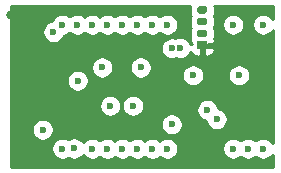
<source format=gbr>
%TF.GenerationSoftware,KiCad,Pcbnew,5.1.8-db9833491~87~ubuntu20.04.1*%
%TF.CreationDate,2020-11-05T18:03:59+01:00*%
%TF.ProjectId,rosalyn-sat,726f7361-6c79-46e2-9d73-61742e6b6963,v1.0*%
%TF.SameCoordinates,Original*%
%TF.FileFunction,Copper,L3,Inr*%
%TF.FilePolarity,Positive*%
%FSLAX46Y46*%
G04 Gerber Fmt 4.6, Leading zero omitted, Abs format (unit mm)*
G04 Created by KiCad (PCBNEW 5.1.8-db9833491~87~ubuntu20.04.1) date 2020-11-05 18:03:59*
%MOMM*%
%LPD*%
G01*
G04 APERTURE LIST*
%TA.AperFunction,ComponentPad*%
%ADD10R,0.850000X0.650000*%
%TD*%
%TA.AperFunction,ViaPad*%
%ADD11C,0.600000*%
%TD*%
%TA.AperFunction,ViaPad*%
%ADD12C,0.800000*%
%TD*%
%TA.AperFunction,Conductor*%
%ADD13C,0.254000*%
%TD*%
%TA.AperFunction,Conductor*%
%ADD14C,0.100000*%
%TD*%
G04 APERTURE END LIST*
%TO.N,hmi_error*%
%TO.C,J1*%
%TA.AperFunction,ComponentPad*%
G36*
G01*
X142255000Y-94337500D02*
X142255000Y-94662500D01*
G75*
G02*
X142092500Y-94825000I-162500J0D01*
G01*
X141567500Y-94825000D01*
G75*
G02*
X141405000Y-94662500I0J162500D01*
G01*
X141405000Y-94337500D01*
G75*
G02*
X141567500Y-94175000I162500J0D01*
G01*
X142092500Y-94175000D01*
G75*
G02*
X142255000Y-94337500I0J-162500D01*
G01*
G37*
%TD.AperFunction*%
%TO.N,nrst*%
%TA.AperFunction,ComponentPad*%
G36*
G01*
X142255000Y-95337500D02*
X142255000Y-95662500D01*
G75*
G02*
X142092500Y-95825000I-162500J0D01*
G01*
X141567500Y-95825000D01*
G75*
G02*
X141405000Y-95662500I0J162500D01*
G01*
X141405000Y-95337500D01*
G75*
G02*
X141567500Y-95175000I162500J0D01*
G01*
X142092500Y-95175000D01*
G75*
G02*
X142255000Y-95337500I0J-162500D01*
G01*
G37*
%TD.AperFunction*%
%TO.N,GND*%
%TA.AperFunction,ComponentPad*%
G36*
G01*
X142255000Y-96337500D02*
X142255000Y-96662500D01*
G75*
G02*
X142092500Y-96825000I-162500J0D01*
G01*
X141567500Y-96825000D01*
G75*
G02*
X141405000Y-96662500I0J162500D01*
G01*
X141405000Y-96337500D01*
G75*
G02*
X141567500Y-96175000I162500J0D01*
G01*
X142092500Y-96175000D01*
G75*
G02*
X142255000Y-96337500I0J-162500D01*
G01*
G37*
%TD.AperFunction*%
D10*
%TO.N,+5V*%
X141830000Y-97500000D03*
%TD*%
D11*
%TO.N,GND*%
X135970000Y-102619992D03*
X130000000Y-95750000D03*
X138890000Y-106249996D03*
X137620000Y-106260000D03*
X144460000Y-106250000D03*
X147000000Y-106250000D03*
X145730000Y-106250000D03*
X147000000Y-95750000D03*
X144460000Y-95750000D03*
X130990000Y-106240000D03*
X143050000Y-103760000D03*
X139254272Y-97764272D03*
X130000000Y-106250000D03*
X144950000Y-100049994D03*
X139240000Y-104200000D03*
X131280000Y-100500002D03*
X139950000Y-97730000D03*
X141050002Y-100050000D03*
%TO.N,+3V3*%
X132540000Y-106250000D03*
X142270006Y-102960000D03*
%TO.N,nrst*%
X134044265Y-102624265D03*
%TO.N,+5V*%
X140220000Y-101700000D03*
X125780000Y-107090000D03*
X145950000Y-104979998D03*
X131260006Y-99500000D03*
D12*
X125680000Y-94900000D03*
D11*
%TO.N,Net-(R1-Pad1)*%
X138890000Y-95750000D03*
%TO.N,Net-(R2-Pad1)*%
X137620000Y-95750000D03*
%TO.N,Net-(R3-Pad1)*%
X135080000Y-95750000D03*
%TO.N,Net-(R4-Pad1)*%
X136350000Y-95750000D03*
%TO.N,Net-(R5-Pad2)*%
X136350000Y-106249992D03*
%TO.N,Net-(R6-Pad2)*%
X135080000Y-106250000D03*
%TO.N,Net-(R7-Pad2)*%
X131270000Y-95750000D03*
%TO.N,Net-(R8-Pad2)*%
X133800000Y-106260000D03*
%TO.N,Net-(R9-Pad2)*%
X132540000Y-95759979D03*
%TO.N,Net-(R10-Pad2)*%
X133810000Y-95750000D03*
%TO.N,hmi_status*%
X136620000Y-99380000D03*
X128320000Y-104650000D03*
%TO.N,hmi_error*%
X133370000Y-99380000D03*
X129230000Y-96370000D03*
%TD*%
D13*
%TO.N,+5V*%
X140782311Y-94181316D02*
X140766928Y-94337500D01*
X140766928Y-94662500D01*
X140782311Y-94818684D01*
X140827868Y-94968866D01*
X140844510Y-95000000D01*
X140827868Y-95031134D01*
X140782311Y-95181316D01*
X140766928Y-95337500D01*
X140766928Y-95662500D01*
X140782311Y-95818684D01*
X140827868Y-95968866D01*
X140844510Y-96000000D01*
X140827868Y-96031134D01*
X140782311Y-96181316D01*
X140766928Y-96337500D01*
X140766928Y-96662500D01*
X140782311Y-96818684D01*
X140816027Y-96929831D01*
X140815498Y-96930820D01*
X140779188Y-97050518D01*
X140766928Y-97175000D01*
X140770000Y-97214250D01*
X140928748Y-97372998D01*
X140814161Y-97372998D01*
X140778586Y-97287111D01*
X140676262Y-97133972D01*
X140546028Y-97003738D01*
X140392889Y-96901414D01*
X140222729Y-96830932D01*
X140042089Y-96795000D01*
X139857911Y-96795000D01*
X139677271Y-96830932D01*
X139560766Y-96879190D01*
X139527001Y-96865204D01*
X139346361Y-96829272D01*
X139162183Y-96829272D01*
X138981543Y-96865204D01*
X138811383Y-96935686D01*
X138658244Y-97038010D01*
X138528010Y-97168244D01*
X138425686Y-97321383D01*
X138355204Y-97491543D01*
X138319272Y-97672183D01*
X138319272Y-97856361D01*
X138355204Y-98037001D01*
X138425686Y-98207161D01*
X138528010Y-98360300D01*
X138658244Y-98490534D01*
X138811383Y-98592858D01*
X138981543Y-98663340D01*
X139162183Y-98699272D01*
X139346361Y-98699272D01*
X139527001Y-98663340D01*
X139643506Y-98615082D01*
X139677271Y-98629068D01*
X139857911Y-98665000D01*
X140042089Y-98665000D01*
X140222729Y-98629068D01*
X140392889Y-98558586D01*
X140546028Y-98456262D01*
X140676262Y-98326028D01*
X140778586Y-98172889D01*
X140818904Y-98075552D01*
X140874463Y-98179494D01*
X140953815Y-98276185D01*
X141050506Y-98355537D01*
X141160820Y-98414502D01*
X141280518Y-98450812D01*
X141405000Y-98463072D01*
X141544250Y-98460000D01*
X141703000Y-98301250D01*
X141703000Y-97627000D01*
X141957000Y-97627000D01*
X141957000Y-98301250D01*
X142115750Y-98460000D01*
X142255000Y-98463072D01*
X142379482Y-98450812D01*
X142499180Y-98414502D01*
X142609494Y-98355537D01*
X142706185Y-98276185D01*
X142785537Y-98179494D01*
X142844502Y-98069180D01*
X142880812Y-97949482D01*
X142893072Y-97825000D01*
X142890000Y-97785750D01*
X142731250Y-97627000D01*
X141957000Y-97627000D01*
X141703000Y-97627000D01*
X141683000Y-97627000D01*
X141683000Y-97463072D01*
X142092500Y-97463072D01*
X142248684Y-97447689D01*
X142398866Y-97402132D01*
X142453368Y-97373000D01*
X142731250Y-97373000D01*
X142890000Y-97214250D01*
X142893072Y-97175000D01*
X142880812Y-97050518D01*
X142844502Y-96930820D01*
X142843973Y-96929831D01*
X142877689Y-96818684D01*
X142893072Y-96662500D01*
X142893072Y-96337500D01*
X142877689Y-96181316D01*
X142832132Y-96031134D01*
X142815490Y-96000000D01*
X142832132Y-95968866D01*
X142877689Y-95818684D01*
X142893072Y-95662500D01*
X142893072Y-95657911D01*
X143525000Y-95657911D01*
X143525000Y-95842089D01*
X143560932Y-96022729D01*
X143631414Y-96192889D01*
X143733738Y-96346028D01*
X143863972Y-96476262D01*
X144017111Y-96578586D01*
X144187271Y-96649068D01*
X144367911Y-96685000D01*
X144552089Y-96685000D01*
X144732729Y-96649068D01*
X144902889Y-96578586D01*
X145056028Y-96476262D01*
X145186262Y-96346028D01*
X145288586Y-96192889D01*
X145359068Y-96022729D01*
X145395000Y-95842089D01*
X145395000Y-95657911D01*
X145359068Y-95477271D01*
X145288586Y-95307111D01*
X145186262Y-95153972D01*
X145056028Y-95023738D01*
X144902889Y-94921414D01*
X144732729Y-94850932D01*
X144552089Y-94815000D01*
X144367911Y-94815000D01*
X144187271Y-94850932D01*
X144017111Y-94921414D01*
X143863972Y-95023738D01*
X143733738Y-95153972D01*
X143631414Y-95307111D01*
X143560932Y-95477271D01*
X143525000Y-95657911D01*
X142893072Y-95657911D01*
X142893072Y-95337500D01*
X142877689Y-95181316D01*
X142832132Y-95031134D01*
X142815490Y-95000000D01*
X142832132Y-94968866D01*
X142877689Y-94818684D01*
X142893072Y-94662500D01*
X142893072Y-94337500D01*
X142877689Y-94181316D01*
X142871223Y-94160000D01*
X147790000Y-94160000D01*
X147790000Y-95249363D01*
X147726262Y-95153972D01*
X147596028Y-95023738D01*
X147442889Y-94921414D01*
X147272729Y-94850932D01*
X147092089Y-94815000D01*
X146907911Y-94815000D01*
X146727271Y-94850932D01*
X146557111Y-94921414D01*
X146403972Y-95023738D01*
X146273738Y-95153972D01*
X146171414Y-95307111D01*
X146100932Y-95477271D01*
X146065000Y-95657911D01*
X146065000Y-95842089D01*
X146100932Y-96022729D01*
X146171414Y-96192889D01*
X146273738Y-96346028D01*
X146403972Y-96476262D01*
X146557111Y-96578586D01*
X146727271Y-96649068D01*
X146907911Y-96685000D01*
X147092089Y-96685000D01*
X147272729Y-96649068D01*
X147442889Y-96578586D01*
X147596028Y-96476262D01*
X147726262Y-96346028D01*
X147790000Y-96250637D01*
X147790001Y-105749364D01*
X147726262Y-105653972D01*
X147596028Y-105523738D01*
X147442889Y-105421414D01*
X147272729Y-105350932D01*
X147092089Y-105315000D01*
X146907911Y-105315000D01*
X146727271Y-105350932D01*
X146557111Y-105421414D01*
X146403972Y-105523738D01*
X146365000Y-105562710D01*
X146326028Y-105523738D01*
X146172889Y-105421414D01*
X146002729Y-105350932D01*
X145822089Y-105315000D01*
X145637911Y-105315000D01*
X145457271Y-105350932D01*
X145287111Y-105421414D01*
X145133972Y-105523738D01*
X145095000Y-105562710D01*
X145056028Y-105523738D01*
X144902889Y-105421414D01*
X144732729Y-105350932D01*
X144552089Y-105315000D01*
X144367911Y-105315000D01*
X144187271Y-105350932D01*
X144017111Y-105421414D01*
X143863972Y-105523738D01*
X143733738Y-105653972D01*
X143631414Y-105807111D01*
X143560932Y-105977271D01*
X143525000Y-106157911D01*
X143525000Y-106342089D01*
X143560932Y-106522729D01*
X143631414Y-106692889D01*
X143733738Y-106846028D01*
X143863972Y-106976262D01*
X144017111Y-107078586D01*
X144187271Y-107149068D01*
X144367911Y-107185000D01*
X144552089Y-107185000D01*
X144732729Y-107149068D01*
X144902889Y-107078586D01*
X145056028Y-106976262D01*
X145095000Y-106937290D01*
X145133972Y-106976262D01*
X145287111Y-107078586D01*
X145457271Y-107149068D01*
X145637911Y-107185000D01*
X145822089Y-107185000D01*
X146002729Y-107149068D01*
X146172889Y-107078586D01*
X146326028Y-106976262D01*
X146365000Y-106937290D01*
X146403972Y-106976262D01*
X146557111Y-107078586D01*
X146727271Y-107149068D01*
X146907911Y-107185000D01*
X147092089Y-107185000D01*
X147272729Y-107149068D01*
X147442889Y-107078586D01*
X147596028Y-106976262D01*
X147726262Y-106846028D01*
X147790001Y-106750636D01*
X147790001Y-107840000D01*
X125660000Y-107840000D01*
X125660000Y-106157911D01*
X129065000Y-106157911D01*
X129065000Y-106342089D01*
X129100932Y-106522729D01*
X129171414Y-106692889D01*
X129273738Y-106846028D01*
X129403972Y-106976262D01*
X129557111Y-107078586D01*
X129727271Y-107149068D01*
X129907911Y-107185000D01*
X130092089Y-107185000D01*
X130272729Y-107149068D01*
X130442889Y-107078586D01*
X130502483Y-107038767D01*
X130547111Y-107068586D01*
X130717271Y-107139068D01*
X130897911Y-107175000D01*
X131082089Y-107175000D01*
X131262729Y-107139068D01*
X131432889Y-107068586D01*
X131586028Y-106966262D01*
X131716262Y-106836028D01*
X131761659Y-106768086D01*
X131813738Y-106846028D01*
X131943972Y-106976262D01*
X132097111Y-107078586D01*
X132267271Y-107149068D01*
X132447911Y-107185000D01*
X132632089Y-107185000D01*
X132812729Y-107149068D01*
X132982889Y-107078586D01*
X133136028Y-106976262D01*
X133165000Y-106947290D01*
X133203972Y-106986262D01*
X133357111Y-107088586D01*
X133527271Y-107159068D01*
X133707911Y-107195000D01*
X133892089Y-107195000D01*
X134072729Y-107159068D01*
X134242889Y-107088586D01*
X134396028Y-106986262D01*
X134445000Y-106937290D01*
X134483972Y-106976262D01*
X134637111Y-107078586D01*
X134807271Y-107149068D01*
X134987911Y-107185000D01*
X135172089Y-107185000D01*
X135352729Y-107149068D01*
X135522889Y-107078586D01*
X135676028Y-106976262D01*
X135715004Y-106937286D01*
X135753972Y-106976254D01*
X135907111Y-107078578D01*
X136077271Y-107149060D01*
X136257911Y-107184992D01*
X136442089Y-107184992D01*
X136622729Y-107149060D01*
X136792889Y-107078578D01*
X136946028Y-106976254D01*
X136979996Y-106942286D01*
X137023972Y-106986262D01*
X137177111Y-107088586D01*
X137347271Y-107159068D01*
X137527911Y-107195000D01*
X137712089Y-107195000D01*
X137892729Y-107159068D01*
X138062889Y-107088586D01*
X138216028Y-106986262D01*
X138260002Y-106942288D01*
X138293972Y-106976258D01*
X138447111Y-107078582D01*
X138617271Y-107149064D01*
X138797911Y-107184996D01*
X138982089Y-107184996D01*
X139162729Y-107149064D01*
X139332889Y-107078582D01*
X139486028Y-106976258D01*
X139616262Y-106846024D01*
X139718586Y-106692885D01*
X139789068Y-106522725D01*
X139825000Y-106342085D01*
X139825000Y-106157907D01*
X139789068Y-105977267D01*
X139718586Y-105807107D01*
X139616262Y-105653968D01*
X139486028Y-105523734D01*
X139332889Y-105421410D01*
X139162729Y-105350928D01*
X138982089Y-105314996D01*
X138797911Y-105314996D01*
X138617271Y-105350928D01*
X138447111Y-105421410D01*
X138293972Y-105523734D01*
X138249998Y-105567708D01*
X138216028Y-105533738D01*
X138062889Y-105431414D01*
X137892729Y-105360932D01*
X137712089Y-105325000D01*
X137527911Y-105325000D01*
X137347271Y-105360932D01*
X137177111Y-105431414D01*
X137023972Y-105533738D01*
X136990004Y-105567706D01*
X136946028Y-105523730D01*
X136792889Y-105421406D01*
X136622729Y-105350924D01*
X136442089Y-105314992D01*
X136257911Y-105314992D01*
X136077271Y-105350924D01*
X135907111Y-105421406D01*
X135753972Y-105523730D01*
X135714996Y-105562706D01*
X135676028Y-105523738D01*
X135522889Y-105421414D01*
X135352729Y-105350932D01*
X135172089Y-105315000D01*
X134987911Y-105315000D01*
X134807271Y-105350932D01*
X134637111Y-105421414D01*
X134483972Y-105523738D01*
X134435000Y-105572710D01*
X134396028Y-105533738D01*
X134242889Y-105431414D01*
X134072729Y-105360932D01*
X133892089Y-105325000D01*
X133707911Y-105325000D01*
X133527271Y-105360932D01*
X133357111Y-105431414D01*
X133203972Y-105533738D01*
X133175000Y-105562710D01*
X133136028Y-105523738D01*
X132982889Y-105421414D01*
X132812729Y-105350932D01*
X132632089Y-105315000D01*
X132447911Y-105315000D01*
X132267271Y-105350932D01*
X132097111Y-105421414D01*
X131943972Y-105523738D01*
X131813738Y-105653972D01*
X131768341Y-105721914D01*
X131716262Y-105643972D01*
X131586028Y-105513738D01*
X131432889Y-105411414D01*
X131262729Y-105340932D01*
X131082089Y-105305000D01*
X130897911Y-105305000D01*
X130717271Y-105340932D01*
X130547111Y-105411414D01*
X130487517Y-105451233D01*
X130442889Y-105421414D01*
X130272729Y-105350932D01*
X130092089Y-105315000D01*
X129907911Y-105315000D01*
X129727271Y-105350932D01*
X129557111Y-105421414D01*
X129403972Y-105523738D01*
X129273738Y-105653972D01*
X129171414Y-105807111D01*
X129100932Y-105977271D01*
X129065000Y-106157911D01*
X125660000Y-106157911D01*
X125660000Y-104557911D01*
X127385000Y-104557911D01*
X127385000Y-104742089D01*
X127420932Y-104922729D01*
X127491414Y-105092889D01*
X127593738Y-105246028D01*
X127723972Y-105376262D01*
X127877111Y-105478586D01*
X128047271Y-105549068D01*
X128227911Y-105585000D01*
X128412089Y-105585000D01*
X128592729Y-105549068D01*
X128762889Y-105478586D01*
X128916028Y-105376262D01*
X129046262Y-105246028D01*
X129148586Y-105092889D01*
X129219068Y-104922729D01*
X129255000Y-104742089D01*
X129255000Y-104557911D01*
X129219068Y-104377271D01*
X129148586Y-104207111D01*
X129082303Y-104107911D01*
X138305000Y-104107911D01*
X138305000Y-104292089D01*
X138340932Y-104472729D01*
X138411414Y-104642889D01*
X138513738Y-104796028D01*
X138643972Y-104926262D01*
X138797111Y-105028586D01*
X138967271Y-105099068D01*
X139147911Y-105135000D01*
X139332089Y-105135000D01*
X139512729Y-105099068D01*
X139682889Y-105028586D01*
X139836028Y-104926262D01*
X139966262Y-104796028D01*
X140068586Y-104642889D01*
X140139068Y-104472729D01*
X140175000Y-104292089D01*
X140175000Y-104107911D01*
X140139068Y-103927271D01*
X140068586Y-103757111D01*
X139966262Y-103603972D01*
X139836028Y-103473738D01*
X139682889Y-103371414D01*
X139512729Y-103300932D01*
X139332089Y-103265000D01*
X139147911Y-103265000D01*
X138967271Y-103300932D01*
X138797111Y-103371414D01*
X138643972Y-103473738D01*
X138513738Y-103603972D01*
X138411414Y-103757111D01*
X138340932Y-103927271D01*
X138305000Y-104107911D01*
X129082303Y-104107911D01*
X129046262Y-104053972D01*
X128916028Y-103923738D01*
X128762889Y-103821414D01*
X128592729Y-103750932D01*
X128412089Y-103715000D01*
X128227911Y-103715000D01*
X128047271Y-103750932D01*
X127877111Y-103821414D01*
X127723972Y-103923738D01*
X127593738Y-104053972D01*
X127491414Y-104207111D01*
X127420932Y-104377271D01*
X127385000Y-104557911D01*
X125660000Y-104557911D01*
X125660000Y-102532176D01*
X133109265Y-102532176D01*
X133109265Y-102716354D01*
X133145197Y-102896994D01*
X133215679Y-103067154D01*
X133318003Y-103220293D01*
X133448237Y-103350527D01*
X133601376Y-103452851D01*
X133771536Y-103523333D01*
X133952176Y-103559265D01*
X134136354Y-103559265D01*
X134316994Y-103523333D01*
X134487154Y-103452851D01*
X134640293Y-103350527D01*
X134770527Y-103220293D01*
X134872851Y-103067154D01*
X134943333Y-102896994D01*
X134979265Y-102716354D01*
X134979265Y-102532176D01*
X134978416Y-102527903D01*
X135035000Y-102527903D01*
X135035000Y-102712081D01*
X135070932Y-102892721D01*
X135141414Y-103062881D01*
X135243738Y-103216020D01*
X135373972Y-103346254D01*
X135527111Y-103448578D01*
X135697271Y-103519060D01*
X135877911Y-103554992D01*
X136062089Y-103554992D01*
X136242729Y-103519060D01*
X136412889Y-103448578D01*
X136566028Y-103346254D01*
X136696262Y-103216020D01*
X136798586Y-103062881D01*
X136869068Y-102892721D01*
X136874003Y-102867911D01*
X141335006Y-102867911D01*
X141335006Y-103052089D01*
X141370938Y-103232729D01*
X141441420Y-103402889D01*
X141543744Y-103556028D01*
X141673978Y-103686262D01*
X141827117Y-103788586D01*
X141997277Y-103859068D01*
X142121295Y-103883737D01*
X142150932Y-104032729D01*
X142221414Y-104202889D01*
X142323738Y-104356028D01*
X142453972Y-104486262D01*
X142607111Y-104588586D01*
X142777271Y-104659068D01*
X142957911Y-104695000D01*
X143142089Y-104695000D01*
X143322729Y-104659068D01*
X143492889Y-104588586D01*
X143646028Y-104486262D01*
X143776262Y-104356028D01*
X143878586Y-104202889D01*
X143949068Y-104032729D01*
X143985000Y-103852089D01*
X143985000Y-103667911D01*
X143949068Y-103487271D01*
X143878586Y-103317111D01*
X143776262Y-103163972D01*
X143646028Y-103033738D01*
X143492889Y-102931414D01*
X143322729Y-102860932D01*
X143198711Y-102836263D01*
X143169074Y-102687271D01*
X143098592Y-102517111D01*
X142996268Y-102363972D01*
X142866034Y-102233738D01*
X142712895Y-102131414D01*
X142542735Y-102060932D01*
X142362095Y-102025000D01*
X142177917Y-102025000D01*
X141997277Y-102060932D01*
X141827117Y-102131414D01*
X141673978Y-102233738D01*
X141543744Y-102363972D01*
X141441420Y-102517111D01*
X141370938Y-102687271D01*
X141335006Y-102867911D01*
X136874003Y-102867911D01*
X136905000Y-102712081D01*
X136905000Y-102527903D01*
X136869068Y-102347263D01*
X136798586Y-102177103D01*
X136696262Y-102023964D01*
X136566028Y-101893730D01*
X136412889Y-101791406D01*
X136242729Y-101720924D01*
X136062089Y-101684992D01*
X135877911Y-101684992D01*
X135697271Y-101720924D01*
X135527111Y-101791406D01*
X135373972Y-101893730D01*
X135243738Y-102023964D01*
X135141414Y-102177103D01*
X135070932Y-102347263D01*
X135035000Y-102527903D01*
X134978416Y-102527903D01*
X134943333Y-102351536D01*
X134872851Y-102181376D01*
X134770527Y-102028237D01*
X134640293Y-101898003D01*
X134487154Y-101795679D01*
X134316994Y-101725197D01*
X134136354Y-101689265D01*
X133952176Y-101689265D01*
X133771536Y-101725197D01*
X133601376Y-101795679D01*
X133448237Y-101898003D01*
X133318003Y-102028237D01*
X133215679Y-102181376D01*
X133145197Y-102351536D01*
X133109265Y-102532176D01*
X125660000Y-102532176D01*
X125660000Y-100407913D01*
X130345000Y-100407913D01*
X130345000Y-100592091D01*
X130380932Y-100772731D01*
X130451414Y-100942891D01*
X130553738Y-101096030D01*
X130683972Y-101226264D01*
X130837111Y-101328588D01*
X131007271Y-101399070D01*
X131187911Y-101435002D01*
X131372089Y-101435002D01*
X131552729Y-101399070D01*
X131722889Y-101328588D01*
X131876028Y-101226264D01*
X132006262Y-101096030D01*
X132108586Y-100942891D01*
X132179068Y-100772731D01*
X132215000Y-100592091D01*
X132215000Y-100407913D01*
X132179068Y-100227273D01*
X132108586Y-100057113D01*
X132006262Y-99903974D01*
X131876028Y-99773740D01*
X131722889Y-99671416D01*
X131552729Y-99600934D01*
X131372089Y-99565002D01*
X131187911Y-99565002D01*
X131007271Y-99600934D01*
X130837111Y-99671416D01*
X130683972Y-99773740D01*
X130553738Y-99903974D01*
X130451414Y-100057113D01*
X130380932Y-100227273D01*
X130345000Y-100407913D01*
X125660000Y-100407913D01*
X125660000Y-99287911D01*
X132435000Y-99287911D01*
X132435000Y-99472089D01*
X132470932Y-99652729D01*
X132541414Y-99822889D01*
X132643738Y-99976028D01*
X132773972Y-100106262D01*
X132927111Y-100208586D01*
X133097271Y-100279068D01*
X133277911Y-100315000D01*
X133462089Y-100315000D01*
X133642729Y-100279068D01*
X133812889Y-100208586D01*
X133966028Y-100106262D01*
X134096262Y-99976028D01*
X134198586Y-99822889D01*
X134269068Y-99652729D01*
X134305000Y-99472089D01*
X134305000Y-99287911D01*
X135685000Y-99287911D01*
X135685000Y-99472089D01*
X135720932Y-99652729D01*
X135791414Y-99822889D01*
X135893738Y-99976028D01*
X136023972Y-100106262D01*
X136177111Y-100208586D01*
X136347271Y-100279068D01*
X136527911Y-100315000D01*
X136712089Y-100315000D01*
X136892729Y-100279068D01*
X137062889Y-100208586D01*
X137216028Y-100106262D01*
X137346262Y-99976028D01*
X137358367Y-99957911D01*
X140115002Y-99957911D01*
X140115002Y-100142089D01*
X140150934Y-100322729D01*
X140221416Y-100492889D01*
X140323740Y-100646028D01*
X140453974Y-100776262D01*
X140607113Y-100878586D01*
X140777273Y-100949068D01*
X140957913Y-100985000D01*
X141142091Y-100985000D01*
X141322731Y-100949068D01*
X141492891Y-100878586D01*
X141646030Y-100776262D01*
X141776264Y-100646028D01*
X141878588Y-100492889D01*
X141949070Y-100322729D01*
X141985002Y-100142089D01*
X141985002Y-99957911D01*
X141985001Y-99957905D01*
X144015000Y-99957905D01*
X144015000Y-100142083D01*
X144050932Y-100322723D01*
X144121414Y-100492883D01*
X144223738Y-100646022D01*
X144353972Y-100776256D01*
X144507111Y-100878580D01*
X144677271Y-100949062D01*
X144857911Y-100984994D01*
X145042089Y-100984994D01*
X145222729Y-100949062D01*
X145392889Y-100878580D01*
X145546028Y-100776256D01*
X145676262Y-100646022D01*
X145778586Y-100492883D01*
X145849068Y-100322723D01*
X145885000Y-100142083D01*
X145885000Y-99957905D01*
X145849068Y-99777265D01*
X145778586Y-99607105D01*
X145676262Y-99453966D01*
X145546028Y-99323732D01*
X145392889Y-99221408D01*
X145222729Y-99150926D01*
X145042089Y-99114994D01*
X144857911Y-99114994D01*
X144677271Y-99150926D01*
X144507111Y-99221408D01*
X144353972Y-99323732D01*
X144223738Y-99453966D01*
X144121414Y-99607105D01*
X144050932Y-99777265D01*
X144015000Y-99957905D01*
X141985001Y-99957905D01*
X141949070Y-99777271D01*
X141878588Y-99607111D01*
X141776264Y-99453972D01*
X141646030Y-99323738D01*
X141492891Y-99221414D01*
X141322731Y-99150932D01*
X141142091Y-99115000D01*
X140957913Y-99115000D01*
X140777273Y-99150932D01*
X140607113Y-99221414D01*
X140453974Y-99323738D01*
X140323740Y-99453972D01*
X140221416Y-99607111D01*
X140150934Y-99777271D01*
X140115002Y-99957911D01*
X137358367Y-99957911D01*
X137448586Y-99822889D01*
X137519068Y-99652729D01*
X137555000Y-99472089D01*
X137555000Y-99287911D01*
X137519068Y-99107271D01*
X137448586Y-98937111D01*
X137346262Y-98783972D01*
X137216028Y-98653738D01*
X137062889Y-98551414D01*
X136892729Y-98480932D01*
X136712089Y-98445000D01*
X136527911Y-98445000D01*
X136347271Y-98480932D01*
X136177111Y-98551414D01*
X136023972Y-98653738D01*
X135893738Y-98783972D01*
X135791414Y-98937111D01*
X135720932Y-99107271D01*
X135685000Y-99287911D01*
X134305000Y-99287911D01*
X134269068Y-99107271D01*
X134198586Y-98937111D01*
X134096262Y-98783972D01*
X133966028Y-98653738D01*
X133812889Y-98551414D01*
X133642729Y-98480932D01*
X133462089Y-98445000D01*
X133277911Y-98445000D01*
X133097271Y-98480932D01*
X132927111Y-98551414D01*
X132773972Y-98653738D01*
X132643738Y-98783972D01*
X132541414Y-98937111D01*
X132470932Y-99107271D01*
X132435000Y-99287911D01*
X125660000Y-99287911D01*
X125660000Y-96277911D01*
X128295000Y-96277911D01*
X128295000Y-96462089D01*
X128330932Y-96642729D01*
X128401414Y-96812889D01*
X128503738Y-96966028D01*
X128633972Y-97096262D01*
X128787111Y-97198586D01*
X128957271Y-97269068D01*
X129137911Y-97305000D01*
X129322089Y-97305000D01*
X129502729Y-97269068D01*
X129672889Y-97198586D01*
X129826028Y-97096262D01*
X129956262Y-96966028D01*
X130058586Y-96812889D01*
X130113307Y-96680779D01*
X130272729Y-96649068D01*
X130442889Y-96578586D01*
X130596028Y-96476262D01*
X130635000Y-96437290D01*
X130673972Y-96476262D01*
X130827111Y-96578586D01*
X130997271Y-96649068D01*
X131177911Y-96685000D01*
X131362089Y-96685000D01*
X131542729Y-96649068D01*
X131712889Y-96578586D01*
X131866028Y-96476262D01*
X131900011Y-96442280D01*
X131943972Y-96486241D01*
X132097111Y-96588565D01*
X132267271Y-96659047D01*
X132447911Y-96694979D01*
X132632089Y-96694979D01*
X132812729Y-96659047D01*
X132982889Y-96588565D01*
X133136028Y-96486241D01*
X133179990Y-96442280D01*
X133213972Y-96476262D01*
X133367111Y-96578586D01*
X133537271Y-96649068D01*
X133717911Y-96685000D01*
X133902089Y-96685000D01*
X134082729Y-96649068D01*
X134252889Y-96578586D01*
X134406028Y-96476262D01*
X134445000Y-96437290D01*
X134483972Y-96476262D01*
X134637111Y-96578586D01*
X134807271Y-96649068D01*
X134987911Y-96685000D01*
X135172089Y-96685000D01*
X135352729Y-96649068D01*
X135522889Y-96578586D01*
X135676028Y-96476262D01*
X135715000Y-96437290D01*
X135753972Y-96476262D01*
X135907111Y-96578586D01*
X136077271Y-96649068D01*
X136257911Y-96685000D01*
X136442089Y-96685000D01*
X136622729Y-96649068D01*
X136792889Y-96578586D01*
X136946028Y-96476262D01*
X136985000Y-96437290D01*
X137023972Y-96476262D01*
X137177111Y-96578586D01*
X137347271Y-96649068D01*
X137527911Y-96685000D01*
X137712089Y-96685000D01*
X137892729Y-96649068D01*
X138062889Y-96578586D01*
X138216028Y-96476262D01*
X138255000Y-96437290D01*
X138293972Y-96476262D01*
X138447111Y-96578586D01*
X138617271Y-96649068D01*
X138797911Y-96685000D01*
X138982089Y-96685000D01*
X139162729Y-96649068D01*
X139332889Y-96578586D01*
X139486028Y-96476262D01*
X139616262Y-96346028D01*
X139718586Y-96192889D01*
X139789068Y-96022729D01*
X139825000Y-95842089D01*
X139825000Y-95657911D01*
X139789068Y-95477271D01*
X139718586Y-95307111D01*
X139616262Y-95153972D01*
X139486028Y-95023738D01*
X139332889Y-94921414D01*
X139162729Y-94850932D01*
X138982089Y-94815000D01*
X138797911Y-94815000D01*
X138617271Y-94850932D01*
X138447111Y-94921414D01*
X138293972Y-95023738D01*
X138255000Y-95062710D01*
X138216028Y-95023738D01*
X138062889Y-94921414D01*
X137892729Y-94850932D01*
X137712089Y-94815000D01*
X137527911Y-94815000D01*
X137347271Y-94850932D01*
X137177111Y-94921414D01*
X137023972Y-95023738D01*
X136985000Y-95062710D01*
X136946028Y-95023738D01*
X136792889Y-94921414D01*
X136622729Y-94850932D01*
X136442089Y-94815000D01*
X136257911Y-94815000D01*
X136077271Y-94850932D01*
X135907111Y-94921414D01*
X135753972Y-95023738D01*
X135715000Y-95062710D01*
X135676028Y-95023738D01*
X135522889Y-94921414D01*
X135352729Y-94850932D01*
X135172089Y-94815000D01*
X134987911Y-94815000D01*
X134807271Y-94850932D01*
X134637111Y-94921414D01*
X134483972Y-95023738D01*
X134445000Y-95062710D01*
X134406028Y-95023738D01*
X134252889Y-94921414D01*
X134082729Y-94850932D01*
X133902089Y-94815000D01*
X133717911Y-94815000D01*
X133537271Y-94850932D01*
X133367111Y-94921414D01*
X133213972Y-95023738D01*
X133170011Y-95067700D01*
X133136028Y-95033717D01*
X132982889Y-94931393D01*
X132812729Y-94860911D01*
X132632089Y-94824979D01*
X132447911Y-94824979D01*
X132267271Y-94860911D01*
X132097111Y-94931393D01*
X131943972Y-95033717D01*
X131909990Y-95067700D01*
X131866028Y-95023738D01*
X131712889Y-94921414D01*
X131542729Y-94850932D01*
X131362089Y-94815000D01*
X131177911Y-94815000D01*
X130997271Y-94850932D01*
X130827111Y-94921414D01*
X130673972Y-95023738D01*
X130635000Y-95062710D01*
X130596028Y-95023738D01*
X130442889Y-94921414D01*
X130272729Y-94850932D01*
X130092089Y-94815000D01*
X129907911Y-94815000D01*
X129727271Y-94850932D01*
X129557111Y-94921414D01*
X129403972Y-95023738D01*
X129273738Y-95153972D01*
X129171414Y-95307111D01*
X129116693Y-95439221D01*
X128957271Y-95470932D01*
X128787111Y-95541414D01*
X128633972Y-95643738D01*
X128503738Y-95773972D01*
X128401414Y-95927111D01*
X128330932Y-96097271D01*
X128295000Y-96277911D01*
X125660000Y-96277911D01*
X125660000Y-94160000D01*
X140788777Y-94160000D01*
X140782311Y-94181316D01*
%TA.AperFunction,Conductor*%
D14*
G36*
X140782311Y-94181316D02*
G01*
X140766928Y-94337500D01*
X140766928Y-94662500D01*
X140782311Y-94818684D01*
X140827868Y-94968866D01*
X140844510Y-95000000D01*
X140827868Y-95031134D01*
X140782311Y-95181316D01*
X140766928Y-95337500D01*
X140766928Y-95662500D01*
X140782311Y-95818684D01*
X140827868Y-95968866D01*
X140844510Y-96000000D01*
X140827868Y-96031134D01*
X140782311Y-96181316D01*
X140766928Y-96337500D01*
X140766928Y-96662500D01*
X140782311Y-96818684D01*
X140816027Y-96929831D01*
X140815498Y-96930820D01*
X140779188Y-97050518D01*
X140766928Y-97175000D01*
X140770000Y-97214250D01*
X140928748Y-97372998D01*
X140814161Y-97372998D01*
X140778586Y-97287111D01*
X140676262Y-97133972D01*
X140546028Y-97003738D01*
X140392889Y-96901414D01*
X140222729Y-96830932D01*
X140042089Y-96795000D01*
X139857911Y-96795000D01*
X139677271Y-96830932D01*
X139560766Y-96879190D01*
X139527001Y-96865204D01*
X139346361Y-96829272D01*
X139162183Y-96829272D01*
X138981543Y-96865204D01*
X138811383Y-96935686D01*
X138658244Y-97038010D01*
X138528010Y-97168244D01*
X138425686Y-97321383D01*
X138355204Y-97491543D01*
X138319272Y-97672183D01*
X138319272Y-97856361D01*
X138355204Y-98037001D01*
X138425686Y-98207161D01*
X138528010Y-98360300D01*
X138658244Y-98490534D01*
X138811383Y-98592858D01*
X138981543Y-98663340D01*
X139162183Y-98699272D01*
X139346361Y-98699272D01*
X139527001Y-98663340D01*
X139643506Y-98615082D01*
X139677271Y-98629068D01*
X139857911Y-98665000D01*
X140042089Y-98665000D01*
X140222729Y-98629068D01*
X140392889Y-98558586D01*
X140546028Y-98456262D01*
X140676262Y-98326028D01*
X140778586Y-98172889D01*
X140818904Y-98075552D01*
X140874463Y-98179494D01*
X140953815Y-98276185D01*
X141050506Y-98355537D01*
X141160820Y-98414502D01*
X141280518Y-98450812D01*
X141405000Y-98463072D01*
X141544250Y-98460000D01*
X141703000Y-98301250D01*
X141703000Y-97627000D01*
X141957000Y-97627000D01*
X141957000Y-98301250D01*
X142115750Y-98460000D01*
X142255000Y-98463072D01*
X142379482Y-98450812D01*
X142499180Y-98414502D01*
X142609494Y-98355537D01*
X142706185Y-98276185D01*
X142785537Y-98179494D01*
X142844502Y-98069180D01*
X142880812Y-97949482D01*
X142893072Y-97825000D01*
X142890000Y-97785750D01*
X142731250Y-97627000D01*
X141957000Y-97627000D01*
X141703000Y-97627000D01*
X141683000Y-97627000D01*
X141683000Y-97463072D01*
X142092500Y-97463072D01*
X142248684Y-97447689D01*
X142398866Y-97402132D01*
X142453368Y-97373000D01*
X142731250Y-97373000D01*
X142890000Y-97214250D01*
X142893072Y-97175000D01*
X142880812Y-97050518D01*
X142844502Y-96930820D01*
X142843973Y-96929831D01*
X142877689Y-96818684D01*
X142893072Y-96662500D01*
X142893072Y-96337500D01*
X142877689Y-96181316D01*
X142832132Y-96031134D01*
X142815490Y-96000000D01*
X142832132Y-95968866D01*
X142877689Y-95818684D01*
X142893072Y-95662500D01*
X142893072Y-95657911D01*
X143525000Y-95657911D01*
X143525000Y-95842089D01*
X143560932Y-96022729D01*
X143631414Y-96192889D01*
X143733738Y-96346028D01*
X143863972Y-96476262D01*
X144017111Y-96578586D01*
X144187271Y-96649068D01*
X144367911Y-96685000D01*
X144552089Y-96685000D01*
X144732729Y-96649068D01*
X144902889Y-96578586D01*
X145056028Y-96476262D01*
X145186262Y-96346028D01*
X145288586Y-96192889D01*
X145359068Y-96022729D01*
X145395000Y-95842089D01*
X145395000Y-95657911D01*
X145359068Y-95477271D01*
X145288586Y-95307111D01*
X145186262Y-95153972D01*
X145056028Y-95023738D01*
X144902889Y-94921414D01*
X144732729Y-94850932D01*
X144552089Y-94815000D01*
X144367911Y-94815000D01*
X144187271Y-94850932D01*
X144017111Y-94921414D01*
X143863972Y-95023738D01*
X143733738Y-95153972D01*
X143631414Y-95307111D01*
X143560932Y-95477271D01*
X143525000Y-95657911D01*
X142893072Y-95657911D01*
X142893072Y-95337500D01*
X142877689Y-95181316D01*
X142832132Y-95031134D01*
X142815490Y-95000000D01*
X142832132Y-94968866D01*
X142877689Y-94818684D01*
X142893072Y-94662500D01*
X142893072Y-94337500D01*
X142877689Y-94181316D01*
X142871223Y-94160000D01*
X147790000Y-94160000D01*
X147790000Y-95249363D01*
X147726262Y-95153972D01*
X147596028Y-95023738D01*
X147442889Y-94921414D01*
X147272729Y-94850932D01*
X147092089Y-94815000D01*
X146907911Y-94815000D01*
X146727271Y-94850932D01*
X146557111Y-94921414D01*
X146403972Y-95023738D01*
X146273738Y-95153972D01*
X146171414Y-95307111D01*
X146100932Y-95477271D01*
X146065000Y-95657911D01*
X146065000Y-95842089D01*
X146100932Y-96022729D01*
X146171414Y-96192889D01*
X146273738Y-96346028D01*
X146403972Y-96476262D01*
X146557111Y-96578586D01*
X146727271Y-96649068D01*
X146907911Y-96685000D01*
X147092089Y-96685000D01*
X147272729Y-96649068D01*
X147442889Y-96578586D01*
X147596028Y-96476262D01*
X147726262Y-96346028D01*
X147790000Y-96250637D01*
X147790001Y-105749364D01*
X147726262Y-105653972D01*
X147596028Y-105523738D01*
X147442889Y-105421414D01*
X147272729Y-105350932D01*
X147092089Y-105315000D01*
X146907911Y-105315000D01*
X146727271Y-105350932D01*
X146557111Y-105421414D01*
X146403972Y-105523738D01*
X146365000Y-105562710D01*
X146326028Y-105523738D01*
X146172889Y-105421414D01*
X146002729Y-105350932D01*
X145822089Y-105315000D01*
X145637911Y-105315000D01*
X145457271Y-105350932D01*
X145287111Y-105421414D01*
X145133972Y-105523738D01*
X145095000Y-105562710D01*
X145056028Y-105523738D01*
X144902889Y-105421414D01*
X144732729Y-105350932D01*
X144552089Y-105315000D01*
X144367911Y-105315000D01*
X144187271Y-105350932D01*
X144017111Y-105421414D01*
X143863972Y-105523738D01*
X143733738Y-105653972D01*
X143631414Y-105807111D01*
X143560932Y-105977271D01*
X143525000Y-106157911D01*
X143525000Y-106342089D01*
X143560932Y-106522729D01*
X143631414Y-106692889D01*
X143733738Y-106846028D01*
X143863972Y-106976262D01*
X144017111Y-107078586D01*
X144187271Y-107149068D01*
X144367911Y-107185000D01*
X144552089Y-107185000D01*
X144732729Y-107149068D01*
X144902889Y-107078586D01*
X145056028Y-106976262D01*
X145095000Y-106937290D01*
X145133972Y-106976262D01*
X145287111Y-107078586D01*
X145457271Y-107149068D01*
X145637911Y-107185000D01*
X145822089Y-107185000D01*
X146002729Y-107149068D01*
X146172889Y-107078586D01*
X146326028Y-106976262D01*
X146365000Y-106937290D01*
X146403972Y-106976262D01*
X146557111Y-107078586D01*
X146727271Y-107149068D01*
X146907911Y-107185000D01*
X147092089Y-107185000D01*
X147272729Y-107149068D01*
X147442889Y-107078586D01*
X147596028Y-106976262D01*
X147726262Y-106846028D01*
X147790001Y-106750636D01*
X147790001Y-107840000D01*
X125660000Y-107840000D01*
X125660000Y-106157911D01*
X129065000Y-106157911D01*
X129065000Y-106342089D01*
X129100932Y-106522729D01*
X129171414Y-106692889D01*
X129273738Y-106846028D01*
X129403972Y-106976262D01*
X129557111Y-107078586D01*
X129727271Y-107149068D01*
X129907911Y-107185000D01*
X130092089Y-107185000D01*
X130272729Y-107149068D01*
X130442889Y-107078586D01*
X130502483Y-107038767D01*
X130547111Y-107068586D01*
X130717271Y-107139068D01*
X130897911Y-107175000D01*
X131082089Y-107175000D01*
X131262729Y-107139068D01*
X131432889Y-107068586D01*
X131586028Y-106966262D01*
X131716262Y-106836028D01*
X131761659Y-106768086D01*
X131813738Y-106846028D01*
X131943972Y-106976262D01*
X132097111Y-107078586D01*
X132267271Y-107149068D01*
X132447911Y-107185000D01*
X132632089Y-107185000D01*
X132812729Y-107149068D01*
X132982889Y-107078586D01*
X133136028Y-106976262D01*
X133165000Y-106947290D01*
X133203972Y-106986262D01*
X133357111Y-107088586D01*
X133527271Y-107159068D01*
X133707911Y-107195000D01*
X133892089Y-107195000D01*
X134072729Y-107159068D01*
X134242889Y-107088586D01*
X134396028Y-106986262D01*
X134445000Y-106937290D01*
X134483972Y-106976262D01*
X134637111Y-107078586D01*
X134807271Y-107149068D01*
X134987911Y-107185000D01*
X135172089Y-107185000D01*
X135352729Y-107149068D01*
X135522889Y-107078586D01*
X135676028Y-106976262D01*
X135715004Y-106937286D01*
X135753972Y-106976254D01*
X135907111Y-107078578D01*
X136077271Y-107149060D01*
X136257911Y-107184992D01*
X136442089Y-107184992D01*
X136622729Y-107149060D01*
X136792889Y-107078578D01*
X136946028Y-106976254D01*
X136979996Y-106942286D01*
X137023972Y-106986262D01*
X137177111Y-107088586D01*
X137347271Y-107159068D01*
X137527911Y-107195000D01*
X137712089Y-107195000D01*
X137892729Y-107159068D01*
X138062889Y-107088586D01*
X138216028Y-106986262D01*
X138260002Y-106942288D01*
X138293972Y-106976258D01*
X138447111Y-107078582D01*
X138617271Y-107149064D01*
X138797911Y-107184996D01*
X138982089Y-107184996D01*
X139162729Y-107149064D01*
X139332889Y-107078582D01*
X139486028Y-106976258D01*
X139616262Y-106846024D01*
X139718586Y-106692885D01*
X139789068Y-106522725D01*
X139825000Y-106342085D01*
X139825000Y-106157907D01*
X139789068Y-105977267D01*
X139718586Y-105807107D01*
X139616262Y-105653968D01*
X139486028Y-105523734D01*
X139332889Y-105421410D01*
X139162729Y-105350928D01*
X138982089Y-105314996D01*
X138797911Y-105314996D01*
X138617271Y-105350928D01*
X138447111Y-105421410D01*
X138293972Y-105523734D01*
X138249998Y-105567708D01*
X138216028Y-105533738D01*
X138062889Y-105431414D01*
X137892729Y-105360932D01*
X137712089Y-105325000D01*
X137527911Y-105325000D01*
X137347271Y-105360932D01*
X137177111Y-105431414D01*
X137023972Y-105533738D01*
X136990004Y-105567706D01*
X136946028Y-105523730D01*
X136792889Y-105421406D01*
X136622729Y-105350924D01*
X136442089Y-105314992D01*
X136257911Y-105314992D01*
X136077271Y-105350924D01*
X135907111Y-105421406D01*
X135753972Y-105523730D01*
X135714996Y-105562706D01*
X135676028Y-105523738D01*
X135522889Y-105421414D01*
X135352729Y-105350932D01*
X135172089Y-105315000D01*
X134987911Y-105315000D01*
X134807271Y-105350932D01*
X134637111Y-105421414D01*
X134483972Y-105523738D01*
X134435000Y-105572710D01*
X134396028Y-105533738D01*
X134242889Y-105431414D01*
X134072729Y-105360932D01*
X133892089Y-105325000D01*
X133707911Y-105325000D01*
X133527271Y-105360932D01*
X133357111Y-105431414D01*
X133203972Y-105533738D01*
X133175000Y-105562710D01*
X133136028Y-105523738D01*
X132982889Y-105421414D01*
X132812729Y-105350932D01*
X132632089Y-105315000D01*
X132447911Y-105315000D01*
X132267271Y-105350932D01*
X132097111Y-105421414D01*
X131943972Y-105523738D01*
X131813738Y-105653972D01*
X131768341Y-105721914D01*
X131716262Y-105643972D01*
X131586028Y-105513738D01*
X131432889Y-105411414D01*
X131262729Y-105340932D01*
X131082089Y-105305000D01*
X130897911Y-105305000D01*
X130717271Y-105340932D01*
X130547111Y-105411414D01*
X130487517Y-105451233D01*
X130442889Y-105421414D01*
X130272729Y-105350932D01*
X130092089Y-105315000D01*
X129907911Y-105315000D01*
X129727271Y-105350932D01*
X129557111Y-105421414D01*
X129403972Y-105523738D01*
X129273738Y-105653972D01*
X129171414Y-105807111D01*
X129100932Y-105977271D01*
X129065000Y-106157911D01*
X125660000Y-106157911D01*
X125660000Y-104557911D01*
X127385000Y-104557911D01*
X127385000Y-104742089D01*
X127420932Y-104922729D01*
X127491414Y-105092889D01*
X127593738Y-105246028D01*
X127723972Y-105376262D01*
X127877111Y-105478586D01*
X128047271Y-105549068D01*
X128227911Y-105585000D01*
X128412089Y-105585000D01*
X128592729Y-105549068D01*
X128762889Y-105478586D01*
X128916028Y-105376262D01*
X129046262Y-105246028D01*
X129148586Y-105092889D01*
X129219068Y-104922729D01*
X129255000Y-104742089D01*
X129255000Y-104557911D01*
X129219068Y-104377271D01*
X129148586Y-104207111D01*
X129082303Y-104107911D01*
X138305000Y-104107911D01*
X138305000Y-104292089D01*
X138340932Y-104472729D01*
X138411414Y-104642889D01*
X138513738Y-104796028D01*
X138643972Y-104926262D01*
X138797111Y-105028586D01*
X138967271Y-105099068D01*
X139147911Y-105135000D01*
X139332089Y-105135000D01*
X139512729Y-105099068D01*
X139682889Y-105028586D01*
X139836028Y-104926262D01*
X139966262Y-104796028D01*
X140068586Y-104642889D01*
X140139068Y-104472729D01*
X140175000Y-104292089D01*
X140175000Y-104107911D01*
X140139068Y-103927271D01*
X140068586Y-103757111D01*
X139966262Y-103603972D01*
X139836028Y-103473738D01*
X139682889Y-103371414D01*
X139512729Y-103300932D01*
X139332089Y-103265000D01*
X139147911Y-103265000D01*
X138967271Y-103300932D01*
X138797111Y-103371414D01*
X138643972Y-103473738D01*
X138513738Y-103603972D01*
X138411414Y-103757111D01*
X138340932Y-103927271D01*
X138305000Y-104107911D01*
X129082303Y-104107911D01*
X129046262Y-104053972D01*
X128916028Y-103923738D01*
X128762889Y-103821414D01*
X128592729Y-103750932D01*
X128412089Y-103715000D01*
X128227911Y-103715000D01*
X128047271Y-103750932D01*
X127877111Y-103821414D01*
X127723972Y-103923738D01*
X127593738Y-104053972D01*
X127491414Y-104207111D01*
X127420932Y-104377271D01*
X127385000Y-104557911D01*
X125660000Y-104557911D01*
X125660000Y-102532176D01*
X133109265Y-102532176D01*
X133109265Y-102716354D01*
X133145197Y-102896994D01*
X133215679Y-103067154D01*
X133318003Y-103220293D01*
X133448237Y-103350527D01*
X133601376Y-103452851D01*
X133771536Y-103523333D01*
X133952176Y-103559265D01*
X134136354Y-103559265D01*
X134316994Y-103523333D01*
X134487154Y-103452851D01*
X134640293Y-103350527D01*
X134770527Y-103220293D01*
X134872851Y-103067154D01*
X134943333Y-102896994D01*
X134979265Y-102716354D01*
X134979265Y-102532176D01*
X134978416Y-102527903D01*
X135035000Y-102527903D01*
X135035000Y-102712081D01*
X135070932Y-102892721D01*
X135141414Y-103062881D01*
X135243738Y-103216020D01*
X135373972Y-103346254D01*
X135527111Y-103448578D01*
X135697271Y-103519060D01*
X135877911Y-103554992D01*
X136062089Y-103554992D01*
X136242729Y-103519060D01*
X136412889Y-103448578D01*
X136566028Y-103346254D01*
X136696262Y-103216020D01*
X136798586Y-103062881D01*
X136869068Y-102892721D01*
X136874003Y-102867911D01*
X141335006Y-102867911D01*
X141335006Y-103052089D01*
X141370938Y-103232729D01*
X141441420Y-103402889D01*
X141543744Y-103556028D01*
X141673978Y-103686262D01*
X141827117Y-103788586D01*
X141997277Y-103859068D01*
X142121295Y-103883737D01*
X142150932Y-104032729D01*
X142221414Y-104202889D01*
X142323738Y-104356028D01*
X142453972Y-104486262D01*
X142607111Y-104588586D01*
X142777271Y-104659068D01*
X142957911Y-104695000D01*
X143142089Y-104695000D01*
X143322729Y-104659068D01*
X143492889Y-104588586D01*
X143646028Y-104486262D01*
X143776262Y-104356028D01*
X143878586Y-104202889D01*
X143949068Y-104032729D01*
X143985000Y-103852089D01*
X143985000Y-103667911D01*
X143949068Y-103487271D01*
X143878586Y-103317111D01*
X143776262Y-103163972D01*
X143646028Y-103033738D01*
X143492889Y-102931414D01*
X143322729Y-102860932D01*
X143198711Y-102836263D01*
X143169074Y-102687271D01*
X143098592Y-102517111D01*
X142996268Y-102363972D01*
X142866034Y-102233738D01*
X142712895Y-102131414D01*
X142542735Y-102060932D01*
X142362095Y-102025000D01*
X142177917Y-102025000D01*
X141997277Y-102060932D01*
X141827117Y-102131414D01*
X141673978Y-102233738D01*
X141543744Y-102363972D01*
X141441420Y-102517111D01*
X141370938Y-102687271D01*
X141335006Y-102867911D01*
X136874003Y-102867911D01*
X136905000Y-102712081D01*
X136905000Y-102527903D01*
X136869068Y-102347263D01*
X136798586Y-102177103D01*
X136696262Y-102023964D01*
X136566028Y-101893730D01*
X136412889Y-101791406D01*
X136242729Y-101720924D01*
X136062089Y-101684992D01*
X135877911Y-101684992D01*
X135697271Y-101720924D01*
X135527111Y-101791406D01*
X135373972Y-101893730D01*
X135243738Y-102023964D01*
X135141414Y-102177103D01*
X135070932Y-102347263D01*
X135035000Y-102527903D01*
X134978416Y-102527903D01*
X134943333Y-102351536D01*
X134872851Y-102181376D01*
X134770527Y-102028237D01*
X134640293Y-101898003D01*
X134487154Y-101795679D01*
X134316994Y-101725197D01*
X134136354Y-101689265D01*
X133952176Y-101689265D01*
X133771536Y-101725197D01*
X133601376Y-101795679D01*
X133448237Y-101898003D01*
X133318003Y-102028237D01*
X133215679Y-102181376D01*
X133145197Y-102351536D01*
X133109265Y-102532176D01*
X125660000Y-102532176D01*
X125660000Y-100407913D01*
X130345000Y-100407913D01*
X130345000Y-100592091D01*
X130380932Y-100772731D01*
X130451414Y-100942891D01*
X130553738Y-101096030D01*
X130683972Y-101226264D01*
X130837111Y-101328588D01*
X131007271Y-101399070D01*
X131187911Y-101435002D01*
X131372089Y-101435002D01*
X131552729Y-101399070D01*
X131722889Y-101328588D01*
X131876028Y-101226264D01*
X132006262Y-101096030D01*
X132108586Y-100942891D01*
X132179068Y-100772731D01*
X132215000Y-100592091D01*
X132215000Y-100407913D01*
X132179068Y-100227273D01*
X132108586Y-100057113D01*
X132006262Y-99903974D01*
X131876028Y-99773740D01*
X131722889Y-99671416D01*
X131552729Y-99600934D01*
X131372089Y-99565002D01*
X131187911Y-99565002D01*
X131007271Y-99600934D01*
X130837111Y-99671416D01*
X130683972Y-99773740D01*
X130553738Y-99903974D01*
X130451414Y-100057113D01*
X130380932Y-100227273D01*
X130345000Y-100407913D01*
X125660000Y-100407913D01*
X125660000Y-99287911D01*
X132435000Y-99287911D01*
X132435000Y-99472089D01*
X132470932Y-99652729D01*
X132541414Y-99822889D01*
X132643738Y-99976028D01*
X132773972Y-100106262D01*
X132927111Y-100208586D01*
X133097271Y-100279068D01*
X133277911Y-100315000D01*
X133462089Y-100315000D01*
X133642729Y-100279068D01*
X133812889Y-100208586D01*
X133966028Y-100106262D01*
X134096262Y-99976028D01*
X134198586Y-99822889D01*
X134269068Y-99652729D01*
X134305000Y-99472089D01*
X134305000Y-99287911D01*
X135685000Y-99287911D01*
X135685000Y-99472089D01*
X135720932Y-99652729D01*
X135791414Y-99822889D01*
X135893738Y-99976028D01*
X136023972Y-100106262D01*
X136177111Y-100208586D01*
X136347271Y-100279068D01*
X136527911Y-100315000D01*
X136712089Y-100315000D01*
X136892729Y-100279068D01*
X137062889Y-100208586D01*
X137216028Y-100106262D01*
X137346262Y-99976028D01*
X137358367Y-99957911D01*
X140115002Y-99957911D01*
X140115002Y-100142089D01*
X140150934Y-100322729D01*
X140221416Y-100492889D01*
X140323740Y-100646028D01*
X140453974Y-100776262D01*
X140607113Y-100878586D01*
X140777273Y-100949068D01*
X140957913Y-100985000D01*
X141142091Y-100985000D01*
X141322731Y-100949068D01*
X141492891Y-100878586D01*
X141646030Y-100776262D01*
X141776264Y-100646028D01*
X141878588Y-100492889D01*
X141949070Y-100322729D01*
X141985002Y-100142089D01*
X141985002Y-99957911D01*
X141985001Y-99957905D01*
X144015000Y-99957905D01*
X144015000Y-100142083D01*
X144050932Y-100322723D01*
X144121414Y-100492883D01*
X144223738Y-100646022D01*
X144353972Y-100776256D01*
X144507111Y-100878580D01*
X144677271Y-100949062D01*
X144857911Y-100984994D01*
X145042089Y-100984994D01*
X145222729Y-100949062D01*
X145392889Y-100878580D01*
X145546028Y-100776256D01*
X145676262Y-100646022D01*
X145778586Y-100492883D01*
X145849068Y-100322723D01*
X145885000Y-100142083D01*
X145885000Y-99957905D01*
X145849068Y-99777265D01*
X145778586Y-99607105D01*
X145676262Y-99453966D01*
X145546028Y-99323732D01*
X145392889Y-99221408D01*
X145222729Y-99150926D01*
X145042089Y-99114994D01*
X144857911Y-99114994D01*
X144677271Y-99150926D01*
X144507111Y-99221408D01*
X144353972Y-99323732D01*
X144223738Y-99453966D01*
X144121414Y-99607105D01*
X144050932Y-99777265D01*
X144015000Y-99957905D01*
X141985001Y-99957905D01*
X141949070Y-99777271D01*
X141878588Y-99607111D01*
X141776264Y-99453972D01*
X141646030Y-99323738D01*
X141492891Y-99221414D01*
X141322731Y-99150932D01*
X141142091Y-99115000D01*
X140957913Y-99115000D01*
X140777273Y-99150932D01*
X140607113Y-99221414D01*
X140453974Y-99323738D01*
X140323740Y-99453972D01*
X140221416Y-99607111D01*
X140150934Y-99777271D01*
X140115002Y-99957911D01*
X137358367Y-99957911D01*
X137448586Y-99822889D01*
X137519068Y-99652729D01*
X137555000Y-99472089D01*
X137555000Y-99287911D01*
X137519068Y-99107271D01*
X137448586Y-98937111D01*
X137346262Y-98783972D01*
X137216028Y-98653738D01*
X137062889Y-98551414D01*
X136892729Y-98480932D01*
X136712089Y-98445000D01*
X136527911Y-98445000D01*
X136347271Y-98480932D01*
X136177111Y-98551414D01*
X136023972Y-98653738D01*
X135893738Y-98783972D01*
X135791414Y-98937111D01*
X135720932Y-99107271D01*
X135685000Y-99287911D01*
X134305000Y-99287911D01*
X134269068Y-99107271D01*
X134198586Y-98937111D01*
X134096262Y-98783972D01*
X133966028Y-98653738D01*
X133812889Y-98551414D01*
X133642729Y-98480932D01*
X133462089Y-98445000D01*
X133277911Y-98445000D01*
X133097271Y-98480932D01*
X132927111Y-98551414D01*
X132773972Y-98653738D01*
X132643738Y-98783972D01*
X132541414Y-98937111D01*
X132470932Y-99107271D01*
X132435000Y-99287911D01*
X125660000Y-99287911D01*
X125660000Y-96277911D01*
X128295000Y-96277911D01*
X128295000Y-96462089D01*
X128330932Y-96642729D01*
X128401414Y-96812889D01*
X128503738Y-96966028D01*
X128633972Y-97096262D01*
X128787111Y-97198586D01*
X128957271Y-97269068D01*
X129137911Y-97305000D01*
X129322089Y-97305000D01*
X129502729Y-97269068D01*
X129672889Y-97198586D01*
X129826028Y-97096262D01*
X129956262Y-96966028D01*
X130058586Y-96812889D01*
X130113307Y-96680779D01*
X130272729Y-96649068D01*
X130442889Y-96578586D01*
X130596028Y-96476262D01*
X130635000Y-96437290D01*
X130673972Y-96476262D01*
X130827111Y-96578586D01*
X130997271Y-96649068D01*
X131177911Y-96685000D01*
X131362089Y-96685000D01*
X131542729Y-96649068D01*
X131712889Y-96578586D01*
X131866028Y-96476262D01*
X131900011Y-96442280D01*
X131943972Y-96486241D01*
X132097111Y-96588565D01*
X132267271Y-96659047D01*
X132447911Y-96694979D01*
X132632089Y-96694979D01*
X132812729Y-96659047D01*
X132982889Y-96588565D01*
X133136028Y-96486241D01*
X133179990Y-96442280D01*
X133213972Y-96476262D01*
X133367111Y-96578586D01*
X133537271Y-96649068D01*
X133717911Y-96685000D01*
X133902089Y-96685000D01*
X134082729Y-96649068D01*
X134252889Y-96578586D01*
X134406028Y-96476262D01*
X134445000Y-96437290D01*
X134483972Y-96476262D01*
X134637111Y-96578586D01*
X134807271Y-96649068D01*
X134987911Y-96685000D01*
X135172089Y-96685000D01*
X135352729Y-96649068D01*
X135522889Y-96578586D01*
X135676028Y-96476262D01*
X135715000Y-96437290D01*
X135753972Y-96476262D01*
X135907111Y-96578586D01*
X136077271Y-96649068D01*
X136257911Y-96685000D01*
X136442089Y-96685000D01*
X136622729Y-96649068D01*
X136792889Y-96578586D01*
X136946028Y-96476262D01*
X136985000Y-96437290D01*
X137023972Y-96476262D01*
X137177111Y-96578586D01*
X137347271Y-96649068D01*
X137527911Y-96685000D01*
X137712089Y-96685000D01*
X137892729Y-96649068D01*
X138062889Y-96578586D01*
X138216028Y-96476262D01*
X138255000Y-96437290D01*
X138293972Y-96476262D01*
X138447111Y-96578586D01*
X138617271Y-96649068D01*
X138797911Y-96685000D01*
X138982089Y-96685000D01*
X139162729Y-96649068D01*
X139332889Y-96578586D01*
X139486028Y-96476262D01*
X139616262Y-96346028D01*
X139718586Y-96192889D01*
X139789068Y-96022729D01*
X139825000Y-95842089D01*
X139825000Y-95657911D01*
X139789068Y-95477271D01*
X139718586Y-95307111D01*
X139616262Y-95153972D01*
X139486028Y-95023738D01*
X139332889Y-94921414D01*
X139162729Y-94850932D01*
X138982089Y-94815000D01*
X138797911Y-94815000D01*
X138617271Y-94850932D01*
X138447111Y-94921414D01*
X138293972Y-95023738D01*
X138255000Y-95062710D01*
X138216028Y-95023738D01*
X138062889Y-94921414D01*
X137892729Y-94850932D01*
X137712089Y-94815000D01*
X137527911Y-94815000D01*
X137347271Y-94850932D01*
X137177111Y-94921414D01*
X137023972Y-95023738D01*
X136985000Y-95062710D01*
X136946028Y-95023738D01*
X136792889Y-94921414D01*
X136622729Y-94850932D01*
X136442089Y-94815000D01*
X136257911Y-94815000D01*
X136077271Y-94850932D01*
X135907111Y-94921414D01*
X135753972Y-95023738D01*
X135715000Y-95062710D01*
X135676028Y-95023738D01*
X135522889Y-94921414D01*
X135352729Y-94850932D01*
X135172089Y-94815000D01*
X134987911Y-94815000D01*
X134807271Y-94850932D01*
X134637111Y-94921414D01*
X134483972Y-95023738D01*
X134445000Y-95062710D01*
X134406028Y-95023738D01*
X134252889Y-94921414D01*
X134082729Y-94850932D01*
X133902089Y-94815000D01*
X133717911Y-94815000D01*
X133537271Y-94850932D01*
X133367111Y-94921414D01*
X133213972Y-95023738D01*
X133170011Y-95067700D01*
X133136028Y-95033717D01*
X132982889Y-94931393D01*
X132812729Y-94860911D01*
X132632089Y-94824979D01*
X132447911Y-94824979D01*
X132267271Y-94860911D01*
X132097111Y-94931393D01*
X131943972Y-95033717D01*
X131909990Y-95067700D01*
X131866028Y-95023738D01*
X131712889Y-94921414D01*
X131542729Y-94850932D01*
X131362089Y-94815000D01*
X131177911Y-94815000D01*
X130997271Y-94850932D01*
X130827111Y-94921414D01*
X130673972Y-95023738D01*
X130635000Y-95062710D01*
X130596028Y-95023738D01*
X130442889Y-94921414D01*
X130272729Y-94850932D01*
X130092089Y-94815000D01*
X129907911Y-94815000D01*
X129727271Y-94850932D01*
X129557111Y-94921414D01*
X129403972Y-95023738D01*
X129273738Y-95153972D01*
X129171414Y-95307111D01*
X129116693Y-95439221D01*
X128957271Y-95470932D01*
X128787111Y-95541414D01*
X128633972Y-95643738D01*
X128503738Y-95773972D01*
X128401414Y-95927111D01*
X128330932Y-96097271D01*
X128295000Y-96277911D01*
X125660000Y-96277911D01*
X125660000Y-94160000D01*
X140788777Y-94160000D01*
X140782311Y-94181316D01*
G37*
%TD.AperFunction*%
%TD*%
M02*

</source>
